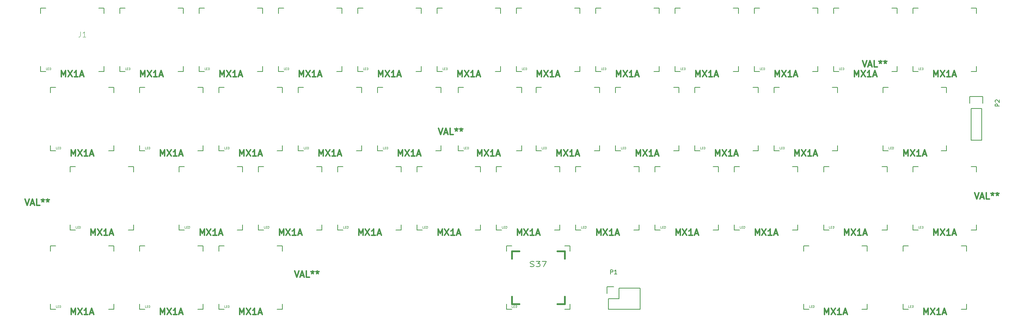
<source format=gbr>
G04 #@! TF.FileFunction,Legend,Top*
%FSLAX46Y46*%
G04 Gerber Fmt 4.6, Leading zero omitted, Abs format (unit mm)*
G04 Created by KiCad (PCBNEW 4.0.1-stable) date 7/2/2016 11:02:37 AM*
%MOMM*%
G01*
G04 APERTURE LIST*
%ADD10C,0.100000*%
%ADD11C,0.150000*%
%ADD12C,0.381000*%
%ADD13C,0.088900*%
%ADD14C,0.304800*%
%ADD15C,0.203200*%
G04 APERTURE END LIST*
D10*
D11*
X182880000Y-112776000D02*
X177800000Y-112776000D01*
X174980000Y-112496000D02*
X176530000Y-112496000D01*
X175260000Y-115316000D02*
X177800000Y-115316000D01*
X177800000Y-115316000D02*
X177800000Y-112776000D01*
X182880000Y-112776000D02*
X182880000Y-117856000D01*
X182880000Y-117856000D02*
X177800000Y-117856000D01*
X174980000Y-112496000D02*
X174980000Y-114046000D01*
X175260000Y-117856000D02*
X175260000Y-115316000D01*
X177800000Y-117856000D02*
X175260000Y-117856000D01*
X264922000Y-69596000D02*
X264922000Y-77216000D01*
X262382000Y-69596000D02*
X262382000Y-77216000D01*
X262102000Y-66776000D02*
X262102000Y-68326000D01*
X264922000Y-77216000D02*
X262382000Y-77216000D01*
X262382000Y-69596000D02*
X264922000Y-69596000D01*
X265202000Y-68326000D02*
X265202000Y-66776000D01*
X265202000Y-66776000D02*
X262102000Y-66776000D01*
X71882000Y-45466000D02*
X73152000Y-45466000D01*
X73152000Y-45466000D02*
X73152000Y-46736000D01*
X71882000Y-60706000D02*
X73152000Y-60706000D01*
X73152000Y-60706000D02*
X73152000Y-59436000D01*
X57912000Y-59436000D02*
X57912000Y-60706000D01*
X57912000Y-60706000D02*
X59182000Y-60706000D01*
X57912000Y-46736000D02*
X57912000Y-45466000D01*
X57912000Y-45466000D02*
X59182000Y-45466000D01*
X109982000Y-45466000D02*
X111252000Y-45466000D01*
X111252000Y-45466000D02*
X111252000Y-46736000D01*
X109982000Y-60706000D02*
X111252000Y-60706000D01*
X111252000Y-60706000D02*
X111252000Y-59436000D01*
X96012000Y-59436000D02*
X96012000Y-60706000D01*
X96012000Y-60706000D02*
X97282000Y-60706000D01*
X96012000Y-46736000D02*
X96012000Y-45466000D01*
X96012000Y-45466000D02*
X97282000Y-45466000D01*
X129032000Y-45466000D02*
X130302000Y-45466000D01*
X130302000Y-45466000D02*
X130302000Y-46736000D01*
X129032000Y-60706000D02*
X130302000Y-60706000D01*
X130302000Y-60706000D02*
X130302000Y-59436000D01*
X115062000Y-59436000D02*
X115062000Y-60706000D01*
X115062000Y-60706000D02*
X116332000Y-60706000D01*
X115062000Y-46736000D02*
X115062000Y-45466000D01*
X115062000Y-45466000D02*
X116332000Y-45466000D01*
X148082000Y-45466000D02*
X149352000Y-45466000D01*
X149352000Y-45466000D02*
X149352000Y-46736000D01*
X148082000Y-60706000D02*
X149352000Y-60706000D01*
X149352000Y-60706000D02*
X149352000Y-59436000D01*
X134112000Y-59436000D02*
X134112000Y-60706000D01*
X134112000Y-60706000D02*
X135382000Y-60706000D01*
X134112000Y-46736000D02*
X134112000Y-45466000D01*
X134112000Y-45466000D02*
X135382000Y-45466000D01*
X167132000Y-45466000D02*
X168402000Y-45466000D01*
X168402000Y-45466000D02*
X168402000Y-46736000D01*
X167132000Y-60706000D02*
X168402000Y-60706000D01*
X168402000Y-60706000D02*
X168402000Y-59436000D01*
X153162000Y-59436000D02*
X153162000Y-60706000D01*
X153162000Y-60706000D02*
X154432000Y-60706000D01*
X153162000Y-46736000D02*
X153162000Y-45466000D01*
X153162000Y-45466000D02*
X154432000Y-45466000D01*
X186182000Y-45466000D02*
X187452000Y-45466000D01*
X187452000Y-45466000D02*
X187452000Y-46736000D01*
X186182000Y-60706000D02*
X187452000Y-60706000D01*
X187452000Y-60706000D02*
X187452000Y-59436000D01*
X172212000Y-59436000D02*
X172212000Y-60706000D01*
X172212000Y-60706000D02*
X173482000Y-60706000D01*
X172212000Y-46736000D02*
X172212000Y-45466000D01*
X172212000Y-45466000D02*
X173482000Y-45466000D01*
X205232000Y-45466000D02*
X206502000Y-45466000D01*
X206502000Y-45466000D02*
X206502000Y-46736000D01*
X205232000Y-60706000D02*
X206502000Y-60706000D01*
X206502000Y-60706000D02*
X206502000Y-59436000D01*
X191262000Y-59436000D02*
X191262000Y-60706000D01*
X191262000Y-60706000D02*
X192532000Y-60706000D01*
X191262000Y-46736000D02*
X191262000Y-45466000D01*
X191262000Y-45466000D02*
X192532000Y-45466000D01*
X224282000Y-45466000D02*
X225552000Y-45466000D01*
X225552000Y-45466000D02*
X225552000Y-46736000D01*
X224282000Y-60706000D02*
X225552000Y-60706000D01*
X225552000Y-60706000D02*
X225552000Y-59436000D01*
X210312000Y-59436000D02*
X210312000Y-60706000D01*
X210312000Y-60706000D02*
X211582000Y-60706000D01*
X210312000Y-46736000D02*
X210312000Y-45466000D01*
X210312000Y-45466000D02*
X211582000Y-45466000D01*
X243332000Y-45466000D02*
X244602000Y-45466000D01*
X244602000Y-45466000D02*
X244602000Y-46736000D01*
X243332000Y-60706000D02*
X244602000Y-60706000D01*
X244602000Y-60706000D02*
X244602000Y-59436000D01*
X229362000Y-59436000D02*
X229362000Y-60706000D01*
X229362000Y-60706000D02*
X230632000Y-60706000D01*
X229362000Y-46736000D02*
X229362000Y-45466000D01*
X229362000Y-45466000D02*
X230632000Y-45466000D01*
X262382000Y-45466000D02*
X263652000Y-45466000D01*
X263652000Y-45466000D02*
X263652000Y-46736000D01*
X262382000Y-60706000D02*
X263652000Y-60706000D01*
X263652000Y-60706000D02*
X263652000Y-59436000D01*
X248412000Y-59436000D02*
X248412000Y-60706000D01*
X248412000Y-60706000D02*
X249682000Y-60706000D01*
X248412000Y-46736000D02*
X248412000Y-45466000D01*
X248412000Y-45466000D02*
X249682000Y-45466000D01*
X55214520Y-64516000D02*
X56484520Y-64516000D01*
X56484520Y-64516000D02*
X56484520Y-65786000D01*
X55214520Y-79756000D02*
X56484520Y-79756000D01*
X56484520Y-79756000D02*
X56484520Y-78486000D01*
X41244520Y-78486000D02*
X41244520Y-79756000D01*
X41244520Y-79756000D02*
X42514520Y-79756000D01*
X41244520Y-65786000D02*
X41244520Y-64516000D01*
X41244520Y-64516000D02*
X42514520Y-64516000D01*
X52832000Y-45466000D02*
X54102000Y-45466000D01*
X54102000Y-45466000D02*
X54102000Y-46736000D01*
X52832000Y-60706000D02*
X54102000Y-60706000D01*
X54102000Y-60706000D02*
X54102000Y-59436000D01*
X38862000Y-59436000D02*
X38862000Y-60706000D01*
X38862000Y-60706000D02*
X40132000Y-60706000D01*
X38862000Y-46736000D02*
X38862000Y-45466000D01*
X38862000Y-45466000D02*
X40132000Y-45466000D01*
X90932000Y-45466000D02*
X92202000Y-45466000D01*
X92202000Y-45466000D02*
X92202000Y-46736000D01*
X90932000Y-60706000D02*
X92202000Y-60706000D01*
X92202000Y-60706000D02*
X92202000Y-59436000D01*
X76962000Y-59436000D02*
X76962000Y-60706000D01*
X76962000Y-60706000D02*
X78232000Y-60706000D01*
X76962000Y-46736000D02*
X76962000Y-45466000D01*
X76962000Y-45466000D02*
X78232000Y-45466000D01*
X76645770Y-64516000D02*
X77915770Y-64516000D01*
X77915770Y-64516000D02*
X77915770Y-65786000D01*
X76645770Y-79756000D02*
X77915770Y-79756000D01*
X77915770Y-79756000D02*
X77915770Y-78486000D01*
X62675770Y-78486000D02*
X62675770Y-79756000D01*
X62675770Y-79756000D02*
X63945770Y-79756000D01*
X62675770Y-65786000D02*
X62675770Y-64516000D01*
X62675770Y-64516000D02*
X63945770Y-64516000D01*
X95695770Y-64516000D02*
X96965770Y-64516000D01*
X96965770Y-64516000D02*
X96965770Y-65786000D01*
X95695770Y-79756000D02*
X96965770Y-79756000D01*
X96965770Y-79756000D02*
X96965770Y-78486000D01*
X81725770Y-78486000D02*
X81725770Y-79756000D01*
X81725770Y-79756000D02*
X82995770Y-79756000D01*
X81725770Y-65786000D02*
X81725770Y-64516000D01*
X81725770Y-64516000D02*
X82995770Y-64516000D01*
X114745770Y-64516000D02*
X116015770Y-64516000D01*
X116015770Y-64516000D02*
X116015770Y-65786000D01*
X114745770Y-79756000D02*
X116015770Y-79756000D01*
X116015770Y-79756000D02*
X116015770Y-78486000D01*
X100775770Y-78486000D02*
X100775770Y-79756000D01*
X100775770Y-79756000D02*
X102045770Y-79756000D01*
X100775770Y-65786000D02*
X100775770Y-64516000D01*
X100775770Y-64516000D02*
X102045770Y-64516000D01*
X133795770Y-64516000D02*
X135065770Y-64516000D01*
X135065770Y-64516000D02*
X135065770Y-65786000D01*
X133795770Y-79756000D02*
X135065770Y-79756000D01*
X135065770Y-79756000D02*
X135065770Y-78486000D01*
X119825770Y-78486000D02*
X119825770Y-79756000D01*
X119825770Y-79756000D02*
X121095770Y-79756000D01*
X119825770Y-65786000D02*
X119825770Y-64516000D01*
X119825770Y-64516000D02*
X121095770Y-64516000D01*
X153162000Y-64516000D02*
X154432000Y-64516000D01*
X154432000Y-64516000D02*
X154432000Y-65786000D01*
X153162000Y-79756000D02*
X154432000Y-79756000D01*
X154432000Y-79756000D02*
X154432000Y-78486000D01*
X139192000Y-78486000D02*
X139192000Y-79756000D01*
X139192000Y-79756000D02*
X140462000Y-79756000D01*
X139192000Y-65786000D02*
X139192000Y-64516000D01*
X139192000Y-64516000D02*
X140462000Y-64516000D01*
X171895770Y-64516000D02*
X173165770Y-64516000D01*
X173165770Y-64516000D02*
X173165770Y-65786000D01*
X171895770Y-79756000D02*
X173165770Y-79756000D01*
X173165770Y-79756000D02*
X173165770Y-78486000D01*
X157925770Y-78486000D02*
X157925770Y-79756000D01*
X157925770Y-79756000D02*
X159195770Y-79756000D01*
X157925770Y-65786000D02*
X157925770Y-64516000D01*
X157925770Y-64516000D02*
X159195770Y-64516000D01*
X190945770Y-64516000D02*
X192215770Y-64516000D01*
X192215770Y-64516000D02*
X192215770Y-65786000D01*
X190945770Y-79756000D02*
X192215770Y-79756000D01*
X192215770Y-79756000D02*
X192215770Y-78486000D01*
X176975770Y-78486000D02*
X176975770Y-79756000D01*
X176975770Y-79756000D02*
X178245770Y-79756000D01*
X176975770Y-65786000D02*
X176975770Y-64516000D01*
X176975770Y-64516000D02*
X178245770Y-64516000D01*
X209995770Y-64516000D02*
X211265770Y-64516000D01*
X211265770Y-64516000D02*
X211265770Y-65786000D01*
X209995770Y-79756000D02*
X211265770Y-79756000D01*
X211265770Y-79756000D02*
X211265770Y-78486000D01*
X196025770Y-78486000D02*
X196025770Y-79756000D01*
X196025770Y-79756000D02*
X197295770Y-79756000D01*
X196025770Y-65786000D02*
X196025770Y-64516000D01*
X196025770Y-64516000D02*
X197295770Y-64516000D01*
X229045770Y-64516000D02*
X230315770Y-64516000D01*
X230315770Y-64516000D02*
X230315770Y-65786000D01*
X229045770Y-79756000D02*
X230315770Y-79756000D01*
X230315770Y-79756000D02*
X230315770Y-78486000D01*
X215075770Y-78486000D02*
X215075770Y-79756000D01*
X215075770Y-79756000D02*
X216345770Y-79756000D01*
X215075770Y-65786000D02*
X215075770Y-64516000D01*
X215075770Y-64516000D02*
X216345770Y-64516000D01*
X255239520Y-64516000D02*
X256509520Y-64516000D01*
X256509520Y-64516000D02*
X256509520Y-65786000D01*
X255239520Y-79756000D02*
X256509520Y-79756000D01*
X256509520Y-79756000D02*
X256509520Y-78486000D01*
X241269520Y-78486000D02*
X241269520Y-79756000D01*
X241269520Y-79756000D02*
X242539520Y-79756000D01*
X241269520Y-65786000D02*
X241269520Y-64516000D01*
X241269520Y-64516000D02*
X242539520Y-64516000D01*
X59975750Y-83566000D02*
X61245750Y-83566000D01*
X61245750Y-83566000D02*
X61245750Y-84836000D01*
X59975750Y-98806000D02*
X61245750Y-98806000D01*
X61245750Y-98806000D02*
X61245750Y-97536000D01*
X46005750Y-97536000D02*
X46005750Y-98806000D01*
X46005750Y-98806000D02*
X47275750Y-98806000D01*
X46005750Y-84836000D02*
X46005750Y-83566000D01*
X46005750Y-83566000D02*
X47275750Y-83566000D01*
X86169500Y-83566000D02*
X87439500Y-83566000D01*
X87439500Y-83566000D02*
X87439500Y-84836000D01*
X86169500Y-98806000D02*
X87439500Y-98806000D01*
X87439500Y-98806000D02*
X87439500Y-97536000D01*
X72199500Y-97536000D02*
X72199500Y-98806000D01*
X72199500Y-98806000D02*
X73469500Y-98806000D01*
X72199500Y-84836000D02*
X72199500Y-83566000D01*
X72199500Y-83566000D02*
X73469500Y-83566000D01*
X105219500Y-83566000D02*
X106489500Y-83566000D01*
X106489500Y-83566000D02*
X106489500Y-84836000D01*
X105219500Y-98806000D02*
X106489500Y-98806000D01*
X106489500Y-98806000D02*
X106489500Y-97536000D01*
X91249500Y-97536000D02*
X91249500Y-98806000D01*
X91249500Y-98806000D02*
X92519500Y-98806000D01*
X91249500Y-84836000D02*
X91249500Y-83566000D01*
X91249500Y-83566000D02*
X92519500Y-83566000D01*
X124269500Y-83566000D02*
X125539500Y-83566000D01*
X125539500Y-83566000D02*
X125539500Y-84836000D01*
X124269500Y-98806000D02*
X125539500Y-98806000D01*
X125539500Y-98806000D02*
X125539500Y-97536000D01*
X110299500Y-97536000D02*
X110299500Y-98806000D01*
X110299500Y-98806000D02*
X111569500Y-98806000D01*
X110299500Y-84836000D02*
X110299500Y-83566000D01*
X110299500Y-83566000D02*
X111569500Y-83566000D01*
X143319500Y-83566000D02*
X144589500Y-83566000D01*
X144589500Y-83566000D02*
X144589500Y-84836000D01*
X143319500Y-98806000D02*
X144589500Y-98806000D01*
X144589500Y-98806000D02*
X144589500Y-97536000D01*
X129349500Y-97536000D02*
X129349500Y-98806000D01*
X129349500Y-98806000D02*
X130619500Y-98806000D01*
X129349500Y-84836000D02*
X129349500Y-83566000D01*
X129349500Y-83566000D02*
X130619500Y-83566000D01*
X162369500Y-83566000D02*
X163639500Y-83566000D01*
X163639500Y-83566000D02*
X163639500Y-84836000D01*
X162369500Y-98806000D02*
X163639500Y-98806000D01*
X163639500Y-98806000D02*
X163639500Y-97536000D01*
X148399500Y-97536000D02*
X148399500Y-98806000D01*
X148399500Y-98806000D02*
X149669500Y-98806000D01*
X148399500Y-84836000D02*
X148399500Y-83566000D01*
X148399500Y-83566000D02*
X149669500Y-83566000D01*
X181419500Y-83566000D02*
X182689500Y-83566000D01*
X182689500Y-83566000D02*
X182689500Y-84836000D01*
X181419500Y-98806000D02*
X182689500Y-98806000D01*
X182689500Y-98806000D02*
X182689500Y-97536000D01*
X167449500Y-97536000D02*
X167449500Y-98806000D01*
X167449500Y-98806000D02*
X168719500Y-98806000D01*
X167449500Y-84836000D02*
X167449500Y-83566000D01*
X167449500Y-83566000D02*
X168719500Y-83566000D01*
X200469500Y-83566000D02*
X201739500Y-83566000D01*
X201739500Y-83566000D02*
X201739500Y-84836000D01*
X200469500Y-98806000D02*
X201739500Y-98806000D01*
X201739500Y-98806000D02*
X201739500Y-97536000D01*
X186499500Y-97536000D02*
X186499500Y-98806000D01*
X186499500Y-98806000D02*
X187769500Y-98806000D01*
X186499500Y-84836000D02*
X186499500Y-83566000D01*
X186499500Y-83566000D02*
X187769500Y-83566000D01*
X219519500Y-83566000D02*
X220789500Y-83566000D01*
X220789500Y-83566000D02*
X220789500Y-84836000D01*
X219519500Y-98806000D02*
X220789500Y-98806000D01*
X220789500Y-98806000D02*
X220789500Y-97536000D01*
X205549500Y-97536000D02*
X205549500Y-98806000D01*
X205549500Y-98806000D02*
X206819500Y-98806000D01*
X205549500Y-84836000D02*
X205549500Y-83566000D01*
X205549500Y-83566000D02*
X206819500Y-83566000D01*
X240950750Y-83566000D02*
X242220750Y-83566000D01*
X242220750Y-83566000D02*
X242220750Y-84836000D01*
X240950750Y-98806000D02*
X242220750Y-98806000D01*
X242220750Y-98806000D02*
X242220750Y-97536000D01*
X226980750Y-97536000D02*
X226980750Y-98806000D01*
X226980750Y-98806000D02*
X228250750Y-98806000D01*
X226980750Y-84836000D02*
X226980750Y-83566000D01*
X226980750Y-83566000D02*
X228250750Y-83566000D01*
X262382000Y-83566000D02*
X263652000Y-83566000D01*
X263652000Y-83566000D02*
X263652000Y-84836000D01*
X262382000Y-98806000D02*
X263652000Y-98806000D01*
X263652000Y-98806000D02*
X263652000Y-97536000D01*
X248412000Y-97536000D02*
X248412000Y-98806000D01*
X248412000Y-98806000D02*
X249682000Y-98806000D01*
X248412000Y-84836000D02*
X248412000Y-83566000D01*
X248412000Y-83566000D02*
X249682000Y-83566000D01*
X55214520Y-102616000D02*
X56484520Y-102616000D01*
X56484520Y-102616000D02*
X56484520Y-103886000D01*
X55214520Y-117856000D02*
X56484520Y-117856000D01*
X56484520Y-117856000D02*
X56484520Y-116586000D01*
X41244520Y-116586000D02*
X41244520Y-117856000D01*
X41244520Y-117856000D02*
X42514520Y-117856000D01*
X41244520Y-103886000D02*
X41244520Y-102616000D01*
X41244520Y-102616000D02*
X42514520Y-102616000D01*
X76645770Y-102616000D02*
X77915770Y-102616000D01*
X77915770Y-102616000D02*
X77915770Y-103886000D01*
X76645770Y-117856000D02*
X77915770Y-117856000D01*
X77915770Y-117856000D02*
X77915770Y-116586000D01*
X62675770Y-116586000D02*
X62675770Y-117856000D01*
X62675770Y-117856000D02*
X63945770Y-117856000D01*
X62675770Y-103886000D02*
X62675770Y-102616000D01*
X62675770Y-102616000D02*
X63945770Y-102616000D01*
X95695770Y-102616000D02*
X96965770Y-102616000D01*
X96965770Y-102616000D02*
X96965770Y-103886000D01*
X95695770Y-117856000D02*
X96965770Y-117856000D01*
X96965770Y-117856000D02*
X96965770Y-116586000D01*
X81725770Y-116586000D02*
X81725770Y-117856000D01*
X81725770Y-117856000D02*
X82995770Y-117856000D01*
X81725770Y-103886000D02*
X81725770Y-102616000D01*
X81725770Y-102616000D02*
X82995770Y-102616000D01*
X164752020Y-102616000D02*
X166022020Y-102616000D01*
X166022020Y-102616000D02*
X166022020Y-103886000D01*
X164752020Y-117856000D02*
X166022020Y-117856000D01*
X166022020Y-117856000D02*
X166022020Y-116586000D01*
X150782020Y-116586000D02*
X150782020Y-117856000D01*
X150782020Y-117856000D02*
X152052020Y-117856000D01*
X150782020Y-103886000D02*
X150782020Y-102616000D01*
X150782020Y-102616000D02*
X152052020Y-102616000D01*
X236189520Y-102616000D02*
X237459520Y-102616000D01*
X237459520Y-102616000D02*
X237459520Y-103886000D01*
X236189520Y-117856000D02*
X237459520Y-117856000D01*
X237459520Y-117856000D02*
X237459520Y-116586000D01*
X222219520Y-116586000D02*
X222219520Y-117856000D01*
X222219520Y-117856000D02*
X223489520Y-117856000D01*
X222219520Y-103886000D02*
X222219520Y-102616000D01*
X222219520Y-102616000D02*
X223489520Y-102616000D01*
X260002020Y-102616000D02*
X261272020Y-102616000D01*
X261272020Y-102616000D02*
X261272020Y-103886000D01*
X260002020Y-117856000D02*
X261272020Y-117856000D01*
X261272020Y-117856000D02*
X261272020Y-116586000D01*
X246032020Y-116586000D02*
X246032020Y-117856000D01*
X246032020Y-117856000D02*
X247302020Y-117856000D01*
X246032020Y-103886000D02*
X246032020Y-102616000D01*
X246032020Y-102616000D02*
X247302020Y-102616000D01*
D12*
X164752020Y-116586000D02*
X162974020Y-116586000D01*
X153830020Y-116586000D02*
X152052020Y-116586000D01*
X152052020Y-116586000D02*
X152052020Y-114808000D01*
X152052020Y-105664000D02*
X152052020Y-103886000D01*
X152052020Y-103886000D02*
X153830020Y-103886000D01*
X162974020Y-103886000D02*
X164752020Y-103886000D01*
X164752020Y-103886000D02*
X164752020Y-105664000D01*
X164752020Y-114808000D02*
X164752020Y-116586000D01*
D13*
X48497067Y-51130684D02*
X48497067Y-52037827D01*
X48436591Y-52219255D01*
X48315639Y-52340208D01*
X48134210Y-52400684D01*
X48013258Y-52400684D01*
X49767067Y-52400684D02*
X49041353Y-52400684D01*
X49404210Y-52400684D02*
X49404210Y-51130684D01*
X49283258Y-51312112D01*
X49162305Y-51433065D01*
X49041353Y-51493541D01*
D11*
X175791905Y-109398381D02*
X175791905Y-108398381D01*
X176172858Y-108398381D01*
X176268096Y-108446000D01*
X176315715Y-108493619D01*
X176363334Y-108588857D01*
X176363334Y-108731714D01*
X176315715Y-108826952D01*
X176268096Y-108874571D01*
X176172858Y-108922190D01*
X175791905Y-108922190D01*
X177315715Y-109398381D02*
X176744286Y-109398381D01*
X177030000Y-109398381D02*
X177030000Y-108398381D01*
X176934762Y-108541238D01*
X176839524Y-108636476D01*
X176744286Y-108684095D01*
X269204381Y-69064095D02*
X268204381Y-69064095D01*
X268204381Y-68683142D01*
X268252000Y-68587904D01*
X268299619Y-68540285D01*
X268394857Y-68492666D01*
X268537714Y-68492666D01*
X268632952Y-68540285D01*
X268680571Y-68587904D01*
X268728190Y-68683142D01*
X268728190Y-69064095D01*
X268299619Y-68111714D02*
X268252000Y-68064095D01*
X268204381Y-67968857D01*
X268204381Y-67730761D01*
X268252000Y-67635523D01*
X268299619Y-67587904D01*
X268394857Y-67540285D01*
X268490095Y-67540285D01*
X268632952Y-67587904D01*
X269204381Y-68159333D01*
X269204381Y-67540285D01*
D14*
X43869428Y-62030429D02*
X43869428Y-60506429D01*
X44377428Y-61595000D01*
X44885428Y-60506429D01*
X44885428Y-62030429D01*
X45465999Y-60506429D02*
X46481999Y-62030429D01*
X46481999Y-60506429D02*
X45465999Y-62030429D01*
X47860857Y-62030429D02*
X46990000Y-62030429D01*
X47425428Y-62030429D02*
X47425428Y-60506429D01*
X47280285Y-60724143D01*
X47135143Y-60869286D01*
X46990000Y-60941857D01*
X48441429Y-61595000D02*
X49167143Y-61595000D01*
X48296286Y-62030429D02*
X48804286Y-60506429D01*
X49312286Y-62030429D01*
X62919428Y-62030429D02*
X62919428Y-60506429D01*
X63427428Y-61595000D01*
X63935428Y-60506429D01*
X63935428Y-62030429D01*
X64515999Y-60506429D02*
X65531999Y-62030429D01*
X65531999Y-60506429D02*
X64515999Y-62030429D01*
X66910857Y-62030429D02*
X66040000Y-62030429D01*
X66475428Y-62030429D02*
X66475428Y-60506429D01*
X66330285Y-60724143D01*
X66185143Y-60869286D01*
X66040000Y-60941857D01*
X67491429Y-61595000D02*
X68217143Y-61595000D01*
X67346286Y-62030429D02*
X67854286Y-60506429D01*
X68362286Y-62030429D01*
X81969428Y-62030429D02*
X81969428Y-60506429D01*
X82477428Y-61595000D01*
X82985428Y-60506429D01*
X82985428Y-62030429D01*
X83565999Y-60506429D02*
X84581999Y-62030429D01*
X84581999Y-60506429D02*
X83565999Y-62030429D01*
X85960857Y-62030429D02*
X85090000Y-62030429D01*
X85525428Y-62030429D02*
X85525428Y-60506429D01*
X85380285Y-60724143D01*
X85235143Y-60869286D01*
X85090000Y-60941857D01*
X86541429Y-61595000D02*
X87267143Y-61595000D01*
X86396286Y-62030429D02*
X86904286Y-60506429D01*
X87412286Y-62030429D01*
X101019428Y-62030429D02*
X101019428Y-60506429D01*
X101527428Y-61595000D01*
X102035428Y-60506429D01*
X102035428Y-62030429D01*
X102615999Y-60506429D02*
X103631999Y-62030429D01*
X103631999Y-60506429D02*
X102615999Y-62030429D01*
X105010857Y-62030429D02*
X104140000Y-62030429D01*
X104575428Y-62030429D02*
X104575428Y-60506429D01*
X104430285Y-60724143D01*
X104285143Y-60869286D01*
X104140000Y-60941857D01*
X105591429Y-61595000D02*
X106317143Y-61595000D01*
X105446286Y-62030429D02*
X105954286Y-60506429D01*
X106462286Y-62030429D01*
X120069428Y-62030429D02*
X120069428Y-60506429D01*
X120577428Y-61595000D01*
X121085428Y-60506429D01*
X121085428Y-62030429D01*
X121665999Y-60506429D02*
X122681999Y-62030429D01*
X122681999Y-60506429D02*
X121665999Y-62030429D01*
X124060857Y-62030429D02*
X123190000Y-62030429D01*
X123625428Y-62030429D02*
X123625428Y-60506429D01*
X123480285Y-60724143D01*
X123335143Y-60869286D01*
X123190000Y-60941857D01*
X124641429Y-61595000D02*
X125367143Y-61595000D01*
X124496286Y-62030429D02*
X125004286Y-60506429D01*
X125512286Y-62030429D01*
X139119428Y-62030429D02*
X139119428Y-60506429D01*
X139627428Y-61595000D01*
X140135428Y-60506429D01*
X140135428Y-62030429D01*
X140715999Y-60506429D02*
X141731999Y-62030429D01*
X141731999Y-60506429D02*
X140715999Y-62030429D01*
X143110857Y-62030429D02*
X142240000Y-62030429D01*
X142675428Y-62030429D02*
X142675428Y-60506429D01*
X142530285Y-60724143D01*
X142385143Y-60869286D01*
X142240000Y-60941857D01*
X143691429Y-61595000D02*
X144417143Y-61595000D01*
X143546286Y-62030429D02*
X144054286Y-60506429D01*
X144562286Y-62030429D01*
X158169428Y-62030429D02*
X158169428Y-60506429D01*
X158677428Y-61595000D01*
X159185428Y-60506429D01*
X159185428Y-62030429D01*
X159765999Y-60506429D02*
X160781999Y-62030429D01*
X160781999Y-60506429D02*
X159765999Y-62030429D01*
X162160857Y-62030429D02*
X161290000Y-62030429D01*
X161725428Y-62030429D02*
X161725428Y-60506429D01*
X161580285Y-60724143D01*
X161435143Y-60869286D01*
X161290000Y-60941857D01*
X162741429Y-61595000D02*
X163467143Y-61595000D01*
X162596286Y-62030429D02*
X163104286Y-60506429D01*
X163612286Y-62030429D01*
X177219428Y-62030429D02*
X177219428Y-60506429D01*
X177727428Y-61595000D01*
X178235428Y-60506429D01*
X178235428Y-62030429D01*
X178815999Y-60506429D02*
X179831999Y-62030429D01*
X179831999Y-60506429D02*
X178815999Y-62030429D01*
X181210857Y-62030429D02*
X180340000Y-62030429D01*
X180775428Y-62030429D02*
X180775428Y-60506429D01*
X180630285Y-60724143D01*
X180485143Y-60869286D01*
X180340000Y-60941857D01*
X181791429Y-61595000D02*
X182517143Y-61595000D01*
X181646286Y-62030429D02*
X182154286Y-60506429D01*
X182662286Y-62030429D01*
X196269428Y-62030429D02*
X196269428Y-60506429D01*
X196777428Y-61595000D01*
X197285428Y-60506429D01*
X197285428Y-62030429D01*
X197865999Y-60506429D02*
X198881999Y-62030429D01*
X198881999Y-60506429D02*
X197865999Y-62030429D01*
X200260857Y-62030429D02*
X199390000Y-62030429D01*
X199825428Y-62030429D02*
X199825428Y-60506429D01*
X199680285Y-60724143D01*
X199535143Y-60869286D01*
X199390000Y-60941857D01*
X200841429Y-61595000D02*
X201567143Y-61595000D01*
X200696286Y-62030429D02*
X201204286Y-60506429D01*
X201712286Y-62030429D01*
X215319428Y-62030429D02*
X215319428Y-60506429D01*
X215827428Y-61595000D01*
X216335428Y-60506429D01*
X216335428Y-62030429D01*
X216915999Y-60506429D02*
X217931999Y-62030429D01*
X217931999Y-60506429D02*
X216915999Y-62030429D01*
X219310857Y-62030429D02*
X218440000Y-62030429D01*
X218875428Y-62030429D02*
X218875428Y-60506429D01*
X218730285Y-60724143D01*
X218585143Y-60869286D01*
X218440000Y-60941857D01*
X219891429Y-61595000D02*
X220617143Y-61595000D01*
X219746286Y-62030429D02*
X220254286Y-60506429D01*
X220762286Y-62030429D01*
X234369428Y-62030429D02*
X234369428Y-60506429D01*
X234877428Y-61595000D01*
X235385428Y-60506429D01*
X235385428Y-62030429D01*
X235965999Y-60506429D02*
X236981999Y-62030429D01*
X236981999Y-60506429D02*
X235965999Y-62030429D01*
X238360857Y-62030429D02*
X237490000Y-62030429D01*
X237925428Y-62030429D02*
X237925428Y-60506429D01*
X237780285Y-60724143D01*
X237635143Y-60869286D01*
X237490000Y-60941857D01*
X238941429Y-61595000D02*
X239667143Y-61595000D01*
X238796286Y-62030429D02*
X239304286Y-60506429D01*
X239812286Y-62030429D01*
X46251948Y-81080429D02*
X46251948Y-79556429D01*
X46759948Y-80645000D01*
X47267948Y-79556429D01*
X47267948Y-81080429D01*
X47848519Y-79556429D02*
X48864519Y-81080429D01*
X48864519Y-79556429D02*
X47848519Y-81080429D01*
X50243377Y-81080429D02*
X49372520Y-81080429D01*
X49807948Y-81080429D02*
X49807948Y-79556429D01*
X49662805Y-79774143D01*
X49517663Y-79919286D01*
X49372520Y-79991857D01*
X50823949Y-80645000D02*
X51549663Y-80645000D01*
X50678806Y-81080429D02*
X51186806Y-79556429D01*
X51694806Y-81080429D01*
X67683198Y-81080429D02*
X67683198Y-79556429D01*
X68191198Y-80645000D01*
X68699198Y-79556429D01*
X68699198Y-81080429D01*
X69279769Y-79556429D02*
X70295769Y-81080429D01*
X70295769Y-79556429D02*
X69279769Y-81080429D01*
X71674627Y-81080429D02*
X70803770Y-81080429D01*
X71239198Y-81080429D02*
X71239198Y-79556429D01*
X71094055Y-79774143D01*
X70948913Y-79919286D01*
X70803770Y-79991857D01*
X72255199Y-80645000D02*
X72980913Y-80645000D01*
X72110056Y-81080429D02*
X72618056Y-79556429D01*
X73126056Y-81080429D01*
X86733198Y-81080429D02*
X86733198Y-79556429D01*
X87241198Y-80645000D01*
X87749198Y-79556429D01*
X87749198Y-81080429D01*
X88329769Y-79556429D02*
X89345769Y-81080429D01*
X89345769Y-79556429D02*
X88329769Y-81080429D01*
X90724627Y-81080429D02*
X89853770Y-81080429D01*
X90289198Y-81080429D02*
X90289198Y-79556429D01*
X90144055Y-79774143D01*
X89998913Y-79919286D01*
X89853770Y-79991857D01*
X91305199Y-80645000D02*
X92030913Y-80645000D01*
X91160056Y-81080429D02*
X91668056Y-79556429D01*
X92176056Y-81080429D01*
X105783198Y-81080429D02*
X105783198Y-79556429D01*
X106291198Y-80645000D01*
X106799198Y-79556429D01*
X106799198Y-81080429D01*
X107379769Y-79556429D02*
X108395769Y-81080429D01*
X108395769Y-79556429D02*
X107379769Y-81080429D01*
X109774627Y-81080429D02*
X108903770Y-81080429D01*
X109339198Y-81080429D02*
X109339198Y-79556429D01*
X109194055Y-79774143D01*
X109048913Y-79919286D01*
X108903770Y-79991857D01*
X110355199Y-80645000D02*
X111080913Y-80645000D01*
X110210056Y-81080429D02*
X110718056Y-79556429D01*
X111226056Y-81080429D01*
X124833198Y-81080429D02*
X124833198Y-79556429D01*
X125341198Y-80645000D01*
X125849198Y-79556429D01*
X125849198Y-81080429D01*
X126429769Y-79556429D02*
X127445769Y-81080429D01*
X127445769Y-79556429D02*
X126429769Y-81080429D01*
X128824627Y-81080429D02*
X127953770Y-81080429D01*
X128389198Y-81080429D02*
X128389198Y-79556429D01*
X128244055Y-79774143D01*
X128098913Y-79919286D01*
X127953770Y-79991857D01*
X129405199Y-80645000D02*
X130130913Y-80645000D01*
X129260056Y-81080429D02*
X129768056Y-79556429D01*
X130276056Y-81080429D01*
X143883198Y-81080429D02*
X143883198Y-79556429D01*
X144391198Y-80645000D01*
X144899198Y-79556429D01*
X144899198Y-81080429D01*
X145479769Y-79556429D02*
X146495769Y-81080429D01*
X146495769Y-79556429D02*
X145479769Y-81080429D01*
X147874627Y-81080429D02*
X147003770Y-81080429D01*
X147439198Y-81080429D02*
X147439198Y-79556429D01*
X147294055Y-79774143D01*
X147148913Y-79919286D01*
X147003770Y-79991857D01*
X148455199Y-80645000D02*
X149180913Y-80645000D01*
X148310056Y-81080429D02*
X148818056Y-79556429D01*
X149326056Y-81080429D01*
X162933198Y-81080429D02*
X162933198Y-79556429D01*
X163441198Y-80645000D01*
X163949198Y-79556429D01*
X163949198Y-81080429D01*
X164529769Y-79556429D02*
X165545769Y-81080429D01*
X165545769Y-79556429D02*
X164529769Y-81080429D01*
X166924627Y-81080429D02*
X166053770Y-81080429D01*
X166489198Y-81080429D02*
X166489198Y-79556429D01*
X166344055Y-79774143D01*
X166198913Y-79919286D01*
X166053770Y-79991857D01*
X167505199Y-80645000D02*
X168230913Y-80645000D01*
X167360056Y-81080429D02*
X167868056Y-79556429D01*
X168376056Y-81080429D01*
X181983198Y-81080429D02*
X181983198Y-79556429D01*
X182491198Y-80645000D01*
X182999198Y-79556429D01*
X182999198Y-81080429D01*
X183579769Y-79556429D02*
X184595769Y-81080429D01*
X184595769Y-79556429D02*
X183579769Y-81080429D01*
X185974627Y-81080429D02*
X185103770Y-81080429D01*
X185539198Y-81080429D02*
X185539198Y-79556429D01*
X185394055Y-79774143D01*
X185248913Y-79919286D01*
X185103770Y-79991857D01*
X186555199Y-80645000D02*
X187280913Y-80645000D01*
X186410056Y-81080429D02*
X186918056Y-79556429D01*
X187426056Y-81080429D01*
X201033198Y-81080429D02*
X201033198Y-79556429D01*
X201541198Y-80645000D01*
X202049198Y-79556429D01*
X202049198Y-81080429D01*
X202629769Y-79556429D02*
X203645769Y-81080429D01*
X203645769Y-79556429D02*
X202629769Y-81080429D01*
X205024627Y-81080429D02*
X204153770Y-81080429D01*
X204589198Y-81080429D02*
X204589198Y-79556429D01*
X204444055Y-79774143D01*
X204298913Y-79919286D01*
X204153770Y-79991857D01*
X205605199Y-80645000D02*
X206330913Y-80645000D01*
X205460056Y-81080429D02*
X205968056Y-79556429D01*
X206476056Y-81080429D01*
X220083198Y-81080429D02*
X220083198Y-79556429D01*
X220591198Y-80645000D01*
X221099198Y-79556429D01*
X221099198Y-81080429D01*
X221679769Y-79556429D02*
X222695769Y-81080429D01*
X222695769Y-79556429D02*
X221679769Y-81080429D01*
X224074627Y-81080429D02*
X223203770Y-81080429D01*
X223639198Y-81080429D02*
X223639198Y-79556429D01*
X223494055Y-79774143D01*
X223348913Y-79919286D01*
X223203770Y-79991857D01*
X224655199Y-80645000D02*
X225380913Y-80645000D01*
X224510056Y-81080429D02*
X225018056Y-79556429D01*
X225526056Y-81080429D01*
X246276948Y-81080429D02*
X246276948Y-79556429D01*
X246784948Y-80645000D01*
X247292948Y-79556429D01*
X247292948Y-81080429D01*
X247873519Y-79556429D02*
X248889519Y-81080429D01*
X248889519Y-79556429D02*
X247873519Y-81080429D01*
X250268377Y-81080429D02*
X249397520Y-81080429D01*
X249832948Y-81080429D02*
X249832948Y-79556429D01*
X249687805Y-79774143D01*
X249542663Y-79919286D01*
X249397520Y-79991857D01*
X250848949Y-80645000D02*
X251574663Y-80645000D01*
X250703806Y-81080429D02*
X251211806Y-79556429D01*
X251719806Y-81080429D01*
X51013178Y-100130429D02*
X51013178Y-98606429D01*
X51521178Y-99695000D01*
X52029178Y-98606429D01*
X52029178Y-100130429D01*
X52609749Y-98606429D02*
X53625749Y-100130429D01*
X53625749Y-98606429D02*
X52609749Y-100130429D01*
X55004607Y-100130429D02*
X54133750Y-100130429D01*
X54569178Y-100130429D02*
X54569178Y-98606429D01*
X54424035Y-98824143D01*
X54278893Y-98969286D01*
X54133750Y-99041857D01*
X55585179Y-99695000D02*
X56310893Y-99695000D01*
X55440036Y-100130429D02*
X55948036Y-98606429D01*
X56456036Y-100130429D01*
X77206928Y-100130429D02*
X77206928Y-98606429D01*
X77714928Y-99695000D01*
X78222928Y-98606429D01*
X78222928Y-100130429D01*
X78803499Y-98606429D02*
X79819499Y-100130429D01*
X79819499Y-98606429D02*
X78803499Y-100130429D01*
X81198357Y-100130429D02*
X80327500Y-100130429D01*
X80762928Y-100130429D02*
X80762928Y-98606429D01*
X80617785Y-98824143D01*
X80472643Y-98969286D01*
X80327500Y-99041857D01*
X81778929Y-99695000D02*
X82504643Y-99695000D01*
X81633786Y-100130429D02*
X82141786Y-98606429D01*
X82649786Y-100130429D01*
X96256928Y-100130429D02*
X96256928Y-98606429D01*
X96764928Y-99695000D01*
X97272928Y-98606429D01*
X97272928Y-100130429D01*
X97853499Y-98606429D02*
X98869499Y-100130429D01*
X98869499Y-98606429D02*
X97853499Y-100130429D01*
X100248357Y-100130429D02*
X99377500Y-100130429D01*
X99812928Y-100130429D02*
X99812928Y-98606429D01*
X99667785Y-98824143D01*
X99522643Y-98969286D01*
X99377500Y-99041857D01*
X100828929Y-99695000D02*
X101554643Y-99695000D01*
X100683786Y-100130429D02*
X101191786Y-98606429D01*
X101699786Y-100130429D01*
X115306928Y-100130429D02*
X115306928Y-98606429D01*
X115814928Y-99695000D01*
X116322928Y-98606429D01*
X116322928Y-100130429D01*
X116903499Y-98606429D02*
X117919499Y-100130429D01*
X117919499Y-98606429D02*
X116903499Y-100130429D01*
X119298357Y-100130429D02*
X118427500Y-100130429D01*
X118862928Y-100130429D02*
X118862928Y-98606429D01*
X118717785Y-98824143D01*
X118572643Y-98969286D01*
X118427500Y-99041857D01*
X119878929Y-99695000D02*
X120604643Y-99695000D01*
X119733786Y-100130429D02*
X120241786Y-98606429D01*
X120749786Y-100130429D01*
X134356928Y-100130429D02*
X134356928Y-98606429D01*
X134864928Y-99695000D01*
X135372928Y-98606429D01*
X135372928Y-100130429D01*
X135953499Y-98606429D02*
X136969499Y-100130429D01*
X136969499Y-98606429D02*
X135953499Y-100130429D01*
X138348357Y-100130429D02*
X137477500Y-100130429D01*
X137912928Y-100130429D02*
X137912928Y-98606429D01*
X137767785Y-98824143D01*
X137622643Y-98969286D01*
X137477500Y-99041857D01*
X138928929Y-99695000D02*
X139654643Y-99695000D01*
X138783786Y-100130429D02*
X139291786Y-98606429D01*
X139799786Y-100130429D01*
X153406928Y-100130429D02*
X153406928Y-98606429D01*
X153914928Y-99695000D01*
X154422928Y-98606429D01*
X154422928Y-100130429D01*
X155003499Y-98606429D02*
X156019499Y-100130429D01*
X156019499Y-98606429D02*
X155003499Y-100130429D01*
X157398357Y-100130429D02*
X156527500Y-100130429D01*
X156962928Y-100130429D02*
X156962928Y-98606429D01*
X156817785Y-98824143D01*
X156672643Y-98969286D01*
X156527500Y-99041857D01*
X157978929Y-99695000D02*
X158704643Y-99695000D01*
X157833786Y-100130429D02*
X158341786Y-98606429D01*
X158849786Y-100130429D01*
X172456928Y-100130429D02*
X172456928Y-98606429D01*
X172964928Y-99695000D01*
X173472928Y-98606429D01*
X173472928Y-100130429D01*
X174053499Y-98606429D02*
X175069499Y-100130429D01*
X175069499Y-98606429D02*
X174053499Y-100130429D01*
X176448357Y-100130429D02*
X175577500Y-100130429D01*
X176012928Y-100130429D02*
X176012928Y-98606429D01*
X175867785Y-98824143D01*
X175722643Y-98969286D01*
X175577500Y-99041857D01*
X177028929Y-99695000D02*
X177754643Y-99695000D01*
X176883786Y-100130429D02*
X177391786Y-98606429D01*
X177899786Y-100130429D01*
X191506928Y-100130429D02*
X191506928Y-98606429D01*
X192014928Y-99695000D01*
X192522928Y-98606429D01*
X192522928Y-100130429D01*
X193103499Y-98606429D02*
X194119499Y-100130429D01*
X194119499Y-98606429D02*
X193103499Y-100130429D01*
X195498357Y-100130429D02*
X194627500Y-100130429D01*
X195062928Y-100130429D02*
X195062928Y-98606429D01*
X194917785Y-98824143D01*
X194772643Y-98969286D01*
X194627500Y-99041857D01*
X196078929Y-99695000D02*
X196804643Y-99695000D01*
X195933786Y-100130429D02*
X196441786Y-98606429D01*
X196949786Y-100130429D01*
X210556928Y-100130429D02*
X210556928Y-98606429D01*
X211064928Y-99695000D01*
X211572928Y-98606429D01*
X211572928Y-100130429D01*
X212153499Y-98606429D02*
X213169499Y-100130429D01*
X213169499Y-98606429D02*
X212153499Y-100130429D01*
X214548357Y-100130429D02*
X213677500Y-100130429D01*
X214112928Y-100130429D02*
X214112928Y-98606429D01*
X213967785Y-98824143D01*
X213822643Y-98969286D01*
X213677500Y-99041857D01*
X215128929Y-99695000D02*
X215854643Y-99695000D01*
X214983786Y-100130429D02*
X215491786Y-98606429D01*
X215999786Y-100130429D01*
X231988178Y-100130429D02*
X231988178Y-98606429D01*
X232496178Y-99695000D01*
X233004178Y-98606429D01*
X233004178Y-100130429D01*
X233584749Y-98606429D02*
X234600749Y-100130429D01*
X234600749Y-98606429D02*
X233584749Y-100130429D01*
X235979607Y-100130429D02*
X235108750Y-100130429D01*
X235544178Y-100130429D02*
X235544178Y-98606429D01*
X235399035Y-98824143D01*
X235253893Y-98969286D01*
X235108750Y-99041857D01*
X236560179Y-99695000D02*
X237285893Y-99695000D01*
X236415036Y-100130429D02*
X236923036Y-98606429D01*
X237431036Y-100130429D01*
X253419428Y-100130429D02*
X253419428Y-98606429D01*
X253927428Y-99695000D01*
X254435428Y-98606429D01*
X254435428Y-100130429D01*
X255015999Y-98606429D02*
X256031999Y-100130429D01*
X256031999Y-98606429D02*
X255015999Y-100130429D01*
X257410857Y-100130429D02*
X256540000Y-100130429D01*
X256975428Y-100130429D02*
X256975428Y-98606429D01*
X256830285Y-98824143D01*
X256685143Y-98969286D01*
X256540000Y-99041857D01*
X257991429Y-99695000D02*
X258717143Y-99695000D01*
X257846286Y-100130429D02*
X258354286Y-98606429D01*
X258862286Y-100130429D01*
X46251948Y-119180429D02*
X46251948Y-117656429D01*
X46759948Y-118745000D01*
X47267948Y-117656429D01*
X47267948Y-119180429D01*
X47848519Y-117656429D02*
X48864519Y-119180429D01*
X48864519Y-117656429D02*
X47848519Y-119180429D01*
X50243377Y-119180429D02*
X49372520Y-119180429D01*
X49807948Y-119180429D02*
X49807948Y-117656429D01*
X49662805Y-117874143D01*
X49517663Y-118019286D01*
X49372520Y-118091857D01*
X50823949Y-118745000D02*
X51549663Y-118745000D01*
X50678806Y-119180429D02*
X51186806Y-117656429D01*
X51694806Y-119180429D01*
X67683198Y-119180429D02*
X67683198Y-117656429D01*
X68191198Y-118745000D01*
X68699198Y-117656429D01*
X68699198Y-119180429D01*
X69279769Y-117656429D02*
X70295769Y-119180429D01*
X70295769Y-117656429D02*
X69279769Y-119180429D01*
X71674627Y-119180429D02*
X70803770Y-119180429D01*
X71239198Y-119180429D02*
X71239198Y-117656429D01*
X71094055Y-117874143D01*
X70948913Y-118019286D01*
X70803770Y-118091857D01*
X72255199Y-118745000D02*
X72980913Y-118745000D01*
X72110056Y-119180429D02*
X72618056Y-117656429D01*
X73126056Y-119180429D01*
X86733198Y-119180429D02*
X86733198Y-117656429D01*
X87241198Y-118745000D01*
X87749198Y-117656429D01*
X87749198Y-119180429D01*
X88329769Y-117656429D02*
X89345769Y-119180429D01*
X89345769Y-117656429D02*
X88329769Y-119180429D01*
X90724627Y-119180429D02*
X89853770Y-119180429D01*
X90289198Y-119180429D02*
X90289198Y-117656429D01*
X90144055Y-117874143D01*
X89998913Y-118019286D01*
X89853770Y-118091857D01*
X91305199Y-118745000D02*
X92030913Y-118745000D01*
X91160056Y-119180429D02*
X91668056Y-117656429D01*
X92176056Y-119180429D01*
X227226948Y-119180429D02*
X227226948Y-117656429D01*
X227734948Y-118745000D01*
X228242948Y-117656429D01*
X228242948Y-119180429D01*
X228823519Y-117656429D02*
X229839519Y-119180429D01*
X229839519Y-117656429D02*
X228823519Y-119180429D01*
X231218377Y-119180429D02*
X230347520Y-119180429D01*
X230782948Y-119180429D02*
X230782948Y-117656429D01*
X230637805Y-117874143D01*
X230492663Y-118019286D01*
X230347520Y-118091857D01*
X231798949Y-118745000D02*
X232524663Y-118745000D01*
X231653806Y-119180429D02*
X232161806Y-117656429D01*
X232669806Y-119180429D01*
X251039448Y-119180429D02*
X251039448Y-117656429D01*
X251547448Y-118745000D01*
X252055448Y-117656429D01*
X252055448Y-119180429D01*
X252636019Y-117656429D02*
X253652019Y-119180429D01*
X253652019Y-117656429D02*
X252636019Y-119180429D01*
X255030877Y-119180429D02*
X254160020Y-119180429D01*
X254595448Y-119180429D02*
X254595448Y-117656429D01*
X254450305Y-117874143D01*
X254305163Y-118019286D01*
X254160020Y-118091857D01*
X255611449Y-118745000D02*
X256337163Y-118745000D01*
X255466306Y-119180429D02*
X255974306Y-117656429D01*
X256482306Y-119180429D01*
X253419428Y-62030429D02*
X253419428Y-60506429D01*
X253927428Y-61595000D01*
X254435428Y-60506429D01*
X254435428Y-62030429D01*
X255015999Y-60506429D02*
X256031999Y-62030429D01*
X256031999Y-60506429D02*
X255015999Y-62030429D01*
X257410857Y-62030429D02*
X256540000Y-62030429D01*
X256975428Y-62030429D02*
X256975428Y-60506429D01*
X256830285Y-60724143D01*
X256685143Y-60869286D01*
X256540000Y-60941857D01*
X257991429Y-61595000D02*
X258717143Y-61595000D01*
X257846286Y-62030429D02*
X258354286Y-60506429D01*
X258862286Y-62030429D01*
D10*
X59495572Y-60297190D02*
X59257477Y-60297190D01*
X59257477Y-59797190D01*
X59662239Y-60035286D02*
X59828905Y-60035286D01*
X59900334Y-60297190D02*
X59662239Y-60297190D01*
X59662239Y-59797190D01*
X59900334Y-59797190D01*
X60114620Y-60297190D02*
X60114620Y-59797190D01*
X60233667Y-59797190D01*
X60305096Y-59821000D01*
X60352715Y-59868619D01*
X60376524Y-59916238D01*
X60400334Y-60011476D01*
X60400334Y-60082905D01*
X60376524Y-60178143D01*
X60352715Y-60225762D01*
X60305096Y-60273381D01*
X60233667Y-60297190D01*
X60114620Y-60297190D01*
X97595572Y-60297190D02*
X97357477Y-60297190D01*
X97357477Y-59797190D01*
X97762239Y-60035286D02*
X97928905Y-60035286D01*
X98000334Y-60297190D02*
X97762239Y-60297190D01*
X97762239Y-59797190D01*
X98000334Y-59797190D01*
X98214620Y-60297190D02*
X98214620Y-59797190D01*
X98333667Y-59797190D01*
X98405096Y-59821000D01*
X98452715Y-59868619D01*
X98476524Y-59916238D01*
X98500334Y-60011476D01*
X98500334Y-60082905D01*
X98476524Y-60178143D01*
X98452715Y-60225762D01*
X98405096Y-60273381D01*
X98333667Y-60297190D01*
X98214620Y-60297190D01*
X116645572Y-60297190D02*
X116407477Y-60297190D01*
X116407477Y-59797190D01*
X116812239Y-60035286D02*
X116978905Y-60035286D01*
X117050334Y-60297190D02*
X116812239Y-60297190D01*
X116812239Y-59797190D01*
X117050334Y-59797190D01*
X117264620Y-60297190D02*
X117264620Y-59797190D01*
X117383667Y-59797190D01*
X117455096Y-59821000D01*
X117502715Y-59868619D01*
X117526524Y-59916238D01*
X117550334Y-60011476D01*
X117550334Y-60082905D01*
X117526524Y-60178143D01*
X117502715Y-60225762D01*
X117455096Y-60273381D01*
X117383667Y-60297190D01*
X117264620Y-60297190D01*
X135695572Y-60297190D02*
X135457477Y-60297190D01*
X135457477Y-59797190D01*
X135862239Y-60035286D02*
X136028905Y-60035286D01*
X136100334Y-60297190D02*
X135862239Y-60297190D01*
X135862239Y-59797190D01*
X136100334Y-59797190D01*
X136314620Y-60297190D02*
X136314620Y-59797190D01*
X136433667Y-59797190D01*
X136505096Y-59821000D01*
X136552715Y-59868619D01*
X136576524Y-59916238D01*
X136600334Y-60011476D01*
X136600334Y-60082905D01*
X136576524Y-60178143D01*
X136552715Y-60225762D01*
X136505096Y-60273381D01*
X136433667Y-60297190D01*
X136314620Y-60297190D01*
X154745572Y-60297190D02*
X154507477Y-60297190D01*
X154507477Y-59797190D01*
X154912239Y-60035286D02*
X155078905Y-60035286D01*
X155150334Y-60297190D02*
X154912239Y-60297190D01*
X154912239Y-59797190D01*
X155150334Y-59797190D01*
X155364620Y-60297190D02*
X155364620Y-59797190D01*
X155483667Y-59797190D01*
X155555096Y-59821000D01*
X155602715Y-59868619D01*
X155626524Y-59916238D01*
X155650334Y-60011476D01*
X155650334Y-60082905D01*
X155626524Y-60178143D01*
X155602715Y-60225762D01*
X155555096Y-60273381D01*
X155483667Y-60297190D01*
X155364620Y-60297190D01*
X173795572Y-60297190D02*
X173557477Y-60297190D01*
X173557477Y-59797190D01*
X173962239Y-60035286D02*
X174128905Y-60035286D01*
X174200334Y-60297190D02*
X173962239Y-60297190D01*
X173962239Y-59797190D01*
X174200334Y-59797190D01*
X174414620Y-60297190D02*
X174414620Y-59797190D01*
X174533667Y-59797190D01*
X174605096Y-59821000D01*
X174652715Y-59868619D01*
X174676524Y-59916238D01*
X174700334Y-60011476D01*
X174700334Y-60082905D01*
X174676524Y-60178143D01*
X174652715Y-60225762D01*
X174605096Y-60273381D01*
X174533667Y-60297190D01*
X174414620Y-60297190D01*
X192845572Y-60297190D02*
X192607477Y-60297190D01*
X192607477Y-59797190D01*
X193012239Y-60035286D02*
X193178905Y-60035286D01*
X193250334Y-60297190D02*
X193012239Y-60297190D01*
X193012239Y-59797190D01*
X193250334Y-59797190D01*
X193464620Y-60297190D02*
X193464620Y-59797190D01*
X193583667Y-59797190D01*
X193655096Y-59821000D01*
X193702715Y-59868619D01*
X193726524Y-59916238D01*
X193750334Y-60011476D01*
X193750334Y-60082905D01*
X193726524Y-60178143D01*
X193702715Y-60225762D01*
X193655096Y-60273381D01*
X193583667Y-60297190D01*
X193464620Y-60297190D01*
X211895572Y-60297190D02*
X211657477Y-60297190D01*
X211657477Y-59797190D01*
X212062239Y-60035286D02*
X212228905Y-60035286D01*
X212300334Y-60297190D02*
X212062239Y-60297190D01*
X212062239Y-59797190D01*
X212300334Y-59797190D01*
X212514620Y-60297190D02*
X212514620Y-59797190D01*
X212633667Y-59797190D01*
X212705096Y-59821000D01*
X212752715Y-59868619D01*
X212776524Y-59916238D01*
X212800334Y-60011476D01*
X212800334Y-60082905D01*
X212776524Y-60178143D01*
X212752715Y-60225762D01*
X212705096Y-60273381D01*
X212633667Y-60297190D01*
X212514620Y-60297190D01*
X230945572Y-60297190D02*
X230707477Y-60297190D01*
X230707477Y-59797190D01*
X231112239Y-60035286D02*
X231278905Y-60035286D01*
X231350334Y-60297190D02*
X231112239Y-60297190D01*
X231112239Y-59797190D01*
X231350334Y-59797190D01*
X231564620Y-60297190D02*
X231564620Y-59797190D01*
X231683667Y-59797190D01*
X231755096Y-59821000D01*
X231802715Y-59868619D01*
X231826524Y-59916238D01*
X231850334Y-60011476D01*
X231850334Y-60082905D01*
X231826524Y-60178143D01*
X231802715Y-60225762D01*
X231755096Y-60273381D01*
X231683667Y-60297190D01*
X231564620Y-60297190D01*
X249995572Y-60297190D02*
X249757477Y-60297190D01*
X249757477Y-59797190D01*
X250162239Y-60035286D02*
X250328905Y-60035286D01*
X250400334Y-60297190D02*
X250162239Y-60297190D01*
X250162239Y-59797190D01*
X250400334Y-59797190D01*
X250614620Y-60297190D02*
X250614620Y-59797190D01*
X250733667Y-59797190D01*
X250805096Y-59821000D01*
X250852715Y-59868619D01*
X250876524Y-59916238D01*
X250900334Y-60011476D01*
X250900334Y-60082905D01*
X250876524Y-60178143D01*
X250852715Y-60225762D01*
X250805096Y-60273381D01*
X250733667Y-60297190D01*
X250614620Y-60297190D01*
X42828092Y-79347190D02*
X42589997Y-79347190D01*
X42589997Y-78847190D01*
X42994759Y-79085286D02*
X43161425Y-79085286D01*
X43232854Y-79347190D02*
X42994759Y-79347190D01*
X42994759Y-78847190D01*
X43232854Y-78847190D01*
X43447140Y-79347190D02*
X43447140Y-78847190D01*
X43566187Y-78847190D01*
X43637616Y-78871000D01*
X43685235Y-78918619D01*
X43709044Y-78966238D01*
X43732854Y-79061476D01*
X43732854Y-79132905D01*
X43709044Y-79228143D01*
X43685235Y-79275762D01*
X43637616Y-79323381D01*
X43566187Y-79347190D01*
X43447140Y-79347190D01*
X40445572Y-60297190D02*
X40207477Y-60297190D01*
X40207477Y-59797190D01*
X40612239Y-60035286D02*
X40778905Y-60035286D01*
X40850334Y-60297190D02*
X40612239Y-60297190D01*
X40612239Y-59797190D01*
X40850334Y-59797190D01*
X41064620Y-60297190D02*
X41064620Y-59797190D01*
X41183667Y-59797190D01*
X41255096Y-59821000D01*
X41302715Y-59868619D01*
X41326524Y-59916238D01*
X41350334Y-60011476D01*
X41350334Y-60082905D01*
X41326524Y-60178143D01*
X41302715Y-60225762D01*
X41255096Y-60273381D01*
X41183667Y-60297190D01*
X41064620Y-60297190D01*
X78545572Y-60297190D02*
X78307477Y-60297190D01*
X78307477Y-59797190D01*
X78712239Y-60035286D02*
X78878905Y-60035286D01*
X78950334Y-60297190D02*
X78712239Y-60297190D01*
X78712239Y-59797190D01*
X78950334Y-59797190D01*
X79164620Y-60297190D02*
X79164620Y-59797190D01*
X79283667Y-59797190D01*
X79355096Y-59821000D01*
X79402715Y-59868619D01*
X79426524Y-59916238D01*
X79450334Y-60011476D01*
X79450334Y-60082905D01*
X79426524Y-60178143D01*
X79402715Y-60225762D01*
X79355096Y-60273381D01*
X79283667Y-60297190D01*
X79164620Y-60297190D01*
X64259342Y-79347190D02*
X64021247Y-79347190D01*
X64021247Y-78847190D01*
X64426009Y-79085286D02*
X64592675Y-79085286D01*
X64664104Y-79347190D02*
X64426009Y-79347190D01*
X64426009Y-78847190D01*
X64664104Y-78847190D01*
X64878390Y-79347190D02*
X64878390Y-78847190D01*
X64997437Y-78847190D01*
X65068866Y-78871000D01*
X65116485Y-78918619D01*
X65140294Y-78966238D01*
X65164104Y-79061476D01*
X65164104Y-79132905D01*
X65140294Y-79228143D01*
X65116485Y-79275762D01*
X65068866Y-79323381D01*
X64997437Y-79347190D01*
X64878390Y-79347190D01*
X83309342Y-79347190D02*
X83071247Y-79347190D01*
X83071247Y-78847190D01*
X83476009Y-79085286D02*
X83642675Y-79085286D01*
X83714104Y-79347190D02*
X83476009Y-79347190D01*
X83476009Y-78847190D01*
X83714104Y-78847190D01*
X83928390Y-79347190D02*
X83928390Y-78847190D01*
X84047437Y-78847190D01*
X84118866Y-78871000D01*
X84166485Y-78918619D01*
X84190294Y-78966238D01*
X84214104Y-79061476D01*
X84214104Y-79132905D01*
X84190294Y-79228143D01*
X84166485Y-79275762D01*
X84118866Y-79323381D01*
X84047437Y-79347190D01*
X83928390Y-79347190D01*
X102359342Y-79347190D02*
X102121247Y-79347190D01*
X102121247Y-78847190D01*
X102526009Y-79085286D02*
X102692675Y-79085286D01*
X102764104Y-79347190D02*
X102526009Y-79347190D01*
X102526009Y-78847190D01*
X102764104Y-78847190D01*
X102978390Y-79347190D02*
X102978390Y-78847190D01*
X103097437Y-78847190D01*
X103168866Y-78871000D01*
X103216485Y-78918619D01*
X103240294Y-78966238D01*
X103264104Y-79061476D01*
X103264104Y-79132905D01*
X103240294Y-79228143D01*
X103216485Y-79275762D01*
X103168866Y-79323381D01*
X103097437Y-79347190D01*
X102978390Y-79347190D01*
X121409342Y-79347190D02*
X121171247Y-79347190D01*
X121171247Y-78847190D01*
X121576009Y-79085286D02*
X121742675Y-79085286D01*
X121814104Y-79347190D02*
X121576009Y-79347190D01*
X121576009Y-78847190D01*
X121814104Y-78847190D01*
X122028390Y-79347190D02*
X122028390Y-78847190D01*
X122147437Y-78847190D01*
X122218866Y-78871000D01*
X122266485Y-78918619D01*
X122290294Y-78966238D01*
X122314104Y-79061476D01*
X122314104Y-79132905D01*
X122290294Y-79228143D01*
X122266485Y-79275762D01*
X122218866Y-79323381D01*
X122147437Y-79347190D01*
X122028390Y-79347190D01*
X140775572Y-79347190D02*
X140537477Y-79347190D01*
X140537477Y-78847190D01*
X140942239Y-79085286D02*
X141108905Y-79085286D01*
X141180334Y-79347190D02*
X140942239Y-79347190D01*
X140942239Y-78847190D01*
X141180334Y-78847190D01*
X141394620Y-79347190D02*
X141394620Y-78847190D01*
X141513667Y-78847190D01*
X141585096Y-78871000D01*
X141632715Y-78918619D01*
X141656524Y-78966238D01*
X141680334Y-79061476D01*
X141680334Y-79132905D01*
X141656524Y-79228143D01*
X141632715Y-79275762D01*
X141585096Y-79323381D01*
X141513667Y-79347190D01*
X141394620Y-79347190D01*
X159509342Y-79347190D02*
X159271247Y-79347190D01*
X159271247Y-78847190D01*
X159676009Y-79085286D02*
X159842675Y-79085286D01*
X159914104Y-79347190D02*
X159676009Y-79347190D01*
X159676009Y-78847190D01*
X159914104Y-78847190D01*
X160128390Y-79347190D02*
X160128390Y-78847190D01*
X160247437Y-78847190D01*
X160318866Y-78871000D01*
X160366485Y-78918619D01*
X160390294Y-78966238D01*
X160414104Y-79061476D01*
X160414104Y-79132905D01*
X160390294Y-79228143D01*
X160366485Y-79275762D01*
X160318866Y-79323381D01*
X160247437Y-79347190D01*
X160128390Y-79347190D01*
X178559342Y-79347190D02*
X178321247Y-79347190D01*
X178321247Y-78847190D01*
X178726009Y-79085286D02*
X178892675Y-79085286D01*
X178964104Y-79347190D02*
X178726009Y-79347190D01*
X178726009Y-78847190D01*
X178964104Y-78847190D01*
X179178390Y-79347190D02*
X179178390Y-78847190D01*
X179297437Y-78847190D01*
X179368866Y-78871000D01*
X179416485Y-78918619D01*
X179440294Y-78966238D01*
X179464104Y-79061476D01*
X179464104Y-79132905D01*
X179440294Y-79228143D01*
X179416485Y-79275762D01*
X179368866Y-79323381D01*
X179297437Y-79347190D01*
X179178390Y-79347190D01*
X197609342Y-79347190D02*
X197371247Y-79347190D01*
X197371247Y-78847190D01*
X197776009Y-79085286D02*
X197942675Y-79085286D01*
X198014104Y-79347190D02*
X197776009Y-79347190D01*
X197776009Y-78847190D01*
X198014104Y-78847190D01*
X198228390Y-79347190D02*
X198228390Y-78847190D01*
X198347437Y-78847190D01*
X198418866Y-78871000D01*
X198466485Y-78918619D01*
X198490294Y-78966238D01*
X198514104Y-79061476D01*
X198514104Y-79132905D01*
X198490294Y-79228143D01*
X198466485Y-79275762D01*
X198418866Y-79323381D01*
X198347437Y-79347190D01*
X198228390Y-79347190D01*
X216659342Y-79347190D02*
X216421247Y-79347190D01*
X216421247Y-78847190D01*
X216826009Y-79085286D02*
X216992675Y-79085286D01*
X217064104Y-79347190D02*
X216826009Y-79347190D01*
X216826009Y-78847190D01*
X217064104Y-78847190D01*
X217278390Y-79347190D02*
X217278390Y-78847190D01*
X217397437Y-78847190D01*
X217468866Y-78871000D01*
X217516485Y-78918619D01*
X217540294Y-78966238D01*
X217564104Y-79061476D01*
X217564104Y-79132905D01*
X217540294Y-79228143D01*
X217516485Y-79275762D01*
X217468866Y-79323381D01*
X217397437Y-79347190D01*
X217278390Y-79347190D01*
X242853092Y-79347190D02*
X242614997Y-79347190D01*
X242614997Y-78847190D01*
X243019759Y-79085286D02*
X243186425Y-79085286D01*
X243257854Y-79347190D02*
X243019759Y-79347190D01*
X243019759Y-78847190D01*
X243257854Y-78847190D01*
X243472140Y-79347190D02*
X243472140Y-78847190D01*
X243591187Y-78847190D01*
X243662616Y-78871000D01*
X243710235Y-78918619D01*
X243734044Y-78966238D01*
X243757854Y-79061476D01*
X243757854Y-79132905D01*
X243734044Y-79228143D01*
X243710235Y-79275762D01*
X243662616Y-79323381D01*
X243591187Y-79347190D01*
X243472140Y-79347190D01*
X47589322Y-98397190D02*
X47351227Y-98397190D01*
X47351227Y-97897190D01*
X47755989Y-98135286D02*
X47922655Y-98135286D01*
X47994084Y-98397190D02*
X47755989Y-98397190D01*
X47755989Y-97897190D01*
X47994084Y-97897190D01*
X48208370Y-98397190D02*
X48208370Y-97897190D01*
X48327417Y-97897190D01*
X48398846Y-97921000D01*
X48446465Y-97968619D01*
X48470274Y-98016238D01*
X48494084Y-98111476D01*
X48494084Y-98182905D01*
X48470274Y-98278143D01*
X48446465Y-98325762D01*
X48398846Y-98373381D01*
X48327417Y-98397190D01*
X48208370Y-98397190D01*
X73783072Y-98397190D02*
X73544977Y-98397190D01*
X73544977Y-97897190D01*
X73949739Y-98135286D02*
X74116405Y-98135286D01*
X74187834Y-98397190D02*
X73949739Y-98397190D01*
X73949739Y-97897190D01*
X74187834Y-97897190D01*
X74402120Y-98397190D02*
X74402120Y-97897190D01*
X74521167Y-97897190D01*
X74592596Y-97921000D01*
X74640215Y-97968619D01*
X74664024Y-98016238D01*
X74687834Y-98111476D01*
X74687834Y-98182905D01*
X74664024Y-98278143D01*
X74640215Y-98325762D01*
X74592596Y-98373381D01*
X74521167Y-98397190D01*
X74402120Y-98397190D01*
X92833072Y-98397190D02*
X92594977Y-98397190D01*
X92594977Y-97897190D01*
X92999739Y-98135286D02*
X93166405Y-98135286D01*
X93237834Y-98397190D02*
X92999739Y-98397190D01*
X92999739Y-97897190D01*
X93237834Y-97897190D01*
X93452120Y-98397190D02*
X93452120Y-97897190D01*
X93571167Y-97897190D01*
X93642596Y-97921000D01*
X93690215Y-97968619D01*
X93714024Y-98016238D01*
X93737834Y-98111476D01*
X93737834Y-98182905D01*
X93714024Y-98278143D01*
X93690215Y-98325762D01*
X93642596Y-98373381D01*
X93571167Y-98397190D01*
X93452120Y-98397190D01*
X111883072Y-98397190D02*
X111644977Y-98397190D01*
X111644977Y-97897190D01*
X112049739Y-98135286D02*
X112216405Y-98135286D01*
X112287834Y-98397190D02*
X112049739Y-98397190D01*
X112049739Y-97897190D01*
X112287834Y-97897190D01*
X112502120Y-98397190D02*
X112502120Y-97897190D01*
X112621167Y-97897190D01*
X112692596Y-97921000D01*
X112740215Y-97968619D01*
X112764024Y-98016238D01*
X112787834Y-98111476D01*
X112787834Y-98182905D01*
X112764024Y-98278143D01*
X112740215Y-98325762D01*
X112692596Y-98373381D01*
X112621167Y-98397190D01*
X112502120Y-98397190D01*
X130933072Y-98397190D02*
X130694977Y-98397190D01*
X130694977Y-97897190D01*
X131099739Y-98135286D02*
X131266405Y-98135286D01*
X131337834Y-98397190D02*
X131099739Y-98397190D01*
X131099739Y-97897190D01*
X131337834Y-97897190D01*
X131552120Y-98397190D02*
X131552120Y-97897190D01*
X131671167Y-97897190D01*
X131742596Y-97921000D01*
X131790215Y-97968619D01*
X131814024Y-98016238D01*
X131837834Y-98111476D01*
X131837834Y-98182905D01*
X131814024Y-98278143D01*
X131790215Y-98325762D01*
X131742596Y-98373381D01*
X131671167Y-98397190D01*
X131552120Y-98397190D01*
X149983072Y-98397190D02*
X149744977Y-98397190D01*
X149744977Y-97897190D01*
X150149739Y-98135286D02*
X150316405Y-98135286D01*
X150387834Y-98397190D02*
X150149739Y-98397190D01*
X150149739Y-97897190D01*
X150387834Y-97897190D01*
X150602120Y-98397190D02*
X150602120Y-97897190D01*
X150721167Y-97897190D01*
X150792596Y-97921000D01*
X150840215Y-97968619D01*
X150864024Y-98016238D01*
X150887834Y-98111476D01*
X150887834Y-98182905D01*
X150864024Y-98278143D01*
X150840215Y-98325762D01*
X150792596Y-98373381D01*
X150721167Y-98397190D01*
X150602120Y-98397190D01*
X169033072Y-98397190D02*
X168794977Y-98397190D01*
X168794977Y-97897190D01*
X169199739Y-98135286D02*
X169366405Y-98135286D01*
X169437834Y-98397190D02*
X169199739Y-98397190D01*
X169199739Y-97897190D01*
X169437834Y-97897190D01*
X169652120Y-98397190D02*
X169652120Y-97897190D01*
X169771167Y-97897190D01*
X169842596Y-97921000D01*
X169890215Y-97968619D01*
X169914024Y-98016238D01*
X169937834Y-98111476D01*
X169937834Y-98182905D01*
X169914024Y-98278143D01*
X169890215Y-98325762D01*
X169842596Y-98373381D01*
X169771167Y-98397190D01*
X169652120Y-98397190D01*
X188083072Y-98397190D02*
X187844977Y-98397190D01*
X187844977Y-97897190D01*
X188249739Y-98135286D02*
X188416405Y-98135286D01*
X188487834Y-98397190D02*
X188249739Y-98397190D01*
X188249739Y-97897190D01*
X188487834Y-97897190D01*
X188702120Y-98397190D02*
X188702120Y-97897190D01*
X188821167Y-97897190D01*
X188892596Y-97921000D01*
X188940215Y-97968619D01*
X188964024Y-98016238D01*
X188987834Y-98111476D01*
X188987834Y-98182905D01*
X188964024Y-98278143D01*
X188940215Y-98325762D01*
X188892596Y-98373381D01*
X188821167Y-98397190D01*
X188702120Y-98397190D01*
X207133072Y-98397190D02*
X206894977Y-98397190D01*
X206894977Y-97897190D01*
X207299739Y-98135286D02*
X207466405Y-98135286D01*
X207537834Y-98397190D02*
X207299739Y-98397190D01*
X207299739Y-97897190D01*
X207537834Y-97897190D01*
X207752120Y-98397190D02*
X207752120Y-97897190D01*
X207871167Y-97897190D01*
X207942596Y-97921000D01*
X207990215Y-97968619D01*
X208014024Y-98016238D01*
X208037834Y-98111476D01*
X208037834Y-98182905D01*
X208014024Y-98278143D01*
X207990215Y-98325762D01*
X207942596Y-98373381D01*
X207871167Y-98397190D01*
X207752120Y-98397190D01*
X228564322Y-98397190D02*
X228326227Y-98397190D01*
X228326227Y-97897190D01*
X228730989Y-98135286D02*
X228897655Y-98135286D01*
X228969084Y-98397190D02*
X228730989Y-98397190D01*
X228730989Y-97897190D01*
X228969084Y-97897190D01*
X229183370Y-98397190D02*
X229183370Y-97897190D01*
X229302417Y-97897190D01*
X229373846Y-97921000D01*
X229421465Y-97968619D01*
X229445274Y-98016238D01*
X229469084Y-98111476D01*
X229469084Y-98182905D01*
X229445274Y-98278143D01*
X229421465Y-98325762D01*
X229373846Y-98373381D01*
X229302417Y-98397190D01*
X229183370Y-98397190D01*
X249995572Y-98397190D02*
X249757477Y-98397190D01*
X249757477Y-97897190D01*
X250162239Y-98135286D02*
X250328905Y-98135286D01*
X250400334Y-98397190D02*
X250162239Y-98397190D01*
X250162239Y-97897190D01*
X250400334Y-97897190D01*
X250614620Y-98397190D02*
X250614620Y-97897190D01*
X250733667Y-97897190D01*
X250805096Y-97921000D01*
X250852715Y-97968619D01*
X250876524Y-98016238D01*
X250900334Y-98111476D01*
X250900334Y-98182905D01*
X250876524Y-98278143D01*
X250852715Y-98325762D01*
X250805096Y-98373381D01*
X250733667Y-98397190D01*
X250614620Y-98397190D01*
X42828092Y-117447190D02*
X42589997Y-117447190D01*
X42589997Y-116947190D01*
X42994759Y-117185286D02*
X43161425Y-117185286D01*
X43232854Y-117447190D02*
X42994759Y-117447190D01*
X42994759Y-116947190D01*
X43232854Y-116947190D01*
X43447140Y-117447190D02*
X43447140Y-116947190D01*
X43566187Y-116947190D01*
X43637616Y-116971000D01*
X43685235Y-117018619D01*
X43709044Y-117066238D01*
X43732854Y-117161476D01*
X43732854Y-117232905D01*
X43709044Y-117328143D01*
X43685235Y-117375762D01*
X43637616Y-117423381D01*
X43566187Y-117447190D01*
X43447140Y-117447190D01*
X64259342Y-117447190D02*
X64021247Y-117447190D01*
X64021247Y-116947190D01*
X64426009Y-117185286D02*
X64592675Y-117185286D01*
X64664104Y-117447190D02*
X64426009Y-117447190D01*
X64426009Y-116947190D01*
X64664104Y-116947190D01*
X64878390Y-117447190D02*
X64878390Y-116947190D01*
X64997437Y-116947190D01*
X65068866Y-116971000D01*
X65116485Y-117018619D01*
X65140294Y-117066238D01*
X65164104Y-117161476D01*
X65164104Y-117232905D01*
X65140294Y-117328143D01*
X65116485Y-117375762D01*
X65068866Y-117423381D01*
X64997437Y-117447190D01*
X64878390Y-117447190D01*
X83309342Y-117447190D02*
X83071247Y-117447190D01*
X83071247Y-116947190D01*
X83476009Y-117185286D02*
X83642675Y-117185286D01*
X83714104Y-117447190D02*
X83476009Y-117447190D01*
X83476009Y-116947190D01*
X83714104Y-116947190D01*
X83928390Y-117447190D02*
X83928390Y-116947190D01*
X84047437Y-116947190D01*
X84118866Y-116971000D01*
X84166485Y-117018619D01*
X84190294Y-117066238D01*
X84214104Y-117161476D01*
X84214104Y-117232905D01*
X84190294Y-117328143D01*
X84166485Y-117375762D01*
X84118866Y-117423381D01*
X84047437Y-117447190D01*
X83928390Y-117447190D01*
X152365592Y-117447190D02*
X152127497Y-117447190D01*
X152127497Y-116947190D01*
X152532259Y-117185286D02*
X152698925Y-117185286D01*
X152770354Y-117447190D02*
X152532259Y-117447190D01*
X152532259Y-116947190D01*
X152770354Y-116947190D01*
X152984640Y-117447190D02*
X152984640Y-116947190D01*
X153103687Y-116947190D01*
X153175116Y-116971000D01*
X153222735Y-117018619D01*
X153246544Y-117066238D01*
X153270354Y-117161476D01*
X153270354Y-117232905D01*
X153246544Y-117328143D01*
X153222735Y-117375762D01*
X153175116Y-117423381D01*
X153103687Y-117447190D01*
X152984640Y-117447190D01*
X223803092Y-117447190D02*
X223564997Y-117447190D01*
X223564997Y-116947190D01*
X223969759Y-117185286D02*
X224136425Y-117185286D01*
X224207854Y-117447190D02*
X223969759Y-117447190D01*
X223969759Y-116947190D01*
X224207854Y-116947190D01*
X224422140Y-117447190D02*
X224422140Y-116947190D01*
X224541187Y-116947190D01*
X224612616Y-116971000D01*
X224660235Y-117018619D01*
X224684044Y-117066238D01*
X224707854Y-117161476D01*
X224707854Y-117232905D01*
X224684044Y-117328143D01*
X224660235Y-117375762D01*
X224612616Y-117423381D01*
X224541187Y-117447190D01*
X224422140Y-117447190D01*
X247615592Y-117447190D02*
X247377497Y-117447190D01*
X247377497Y-116947190D01*
X247782259Y-117185286D02*
X247948925Y-117185286D01*
X248020354Y-117447190D02*
X247782259Y-117447190D01*
X247782259Y-116947190D01*
X248020354Y-116947190D01*
X248234640Y-117447190D02*
X248234640Y-116947190D01*
X248353687Y-116947190D01*
X248425116Y-116971000D01*
X248472735Y-117018619D01*
X248496544Y-117066238D01*
X248520354Y-117161476D01*
X248520354Y-117232905D01*
X248496544Y-117328143D01*
X248472735Y-117375762D01*
X248425116Y-117423381D01*
X248353687Y-117447190D01*
X248234640Y-117447190D01*
D15*
X156515163Y-107575048D02*
X156732877Y-107635524D01*
X157095734Y-107635524D01*
X157240877Y-107575048D01*
X157313448Y-107514571D01*
X157386020Y-107393619D01*
X157386020Y-107272667D01*
X157313448Y-107151714D01*
X157240877Y-107091238D01*
X157095734Y-107030762D01*
X156805448Y-106970286D01*
X156660306Y-106909810D01*
X156587734Y-106849333D01*
X156515163Y-106728381D01*
X156515163Y-106607429D01*
X156587734Y-106486476D01*
X156660306Y-106426000D01*
X156805448Y-106365524D01*
X157168306Y-106365524D01*
X157386020Y-106426000D01*
X157894020Y-106365524D02*
X158837449Y-106365524D01*
X158329449Y-106849333D01*
X158547163Y-106849333D01*
X158692306Y-106909810D01*
X158764877Y-106970286D01*
X158837449Y-107091238D01*
X158837449Y-107393619D01*
X158764877Y-107514571D01*
X158692306Y-107575048D01*
X158547163Y-107635524D01*
X158111735Y-107635524D01*
X157966592Y-107575048D01*
X157894020Y-107514571D01*
X159345449Y-106365524D02*
X160361449Y-106365524D01*
X159708306Y-107635524D01*
D14*
X35160857Y-91367429D02*
X35668857Y-92891429D01*
X36176857Y-91367429D01*
X36612286Y-92456000D02*
X37338000Y-92456000D01*
X36467143Y-92891429D02*
X36975143Y-91367429D01*
X37483143Y-92891429D01*
X38716857Y-92891429D02*
X37991143Y-92891429D01*
X37991143Y-91367429D01*
X39442571Y-91367429D02*
X39442571Y-91730286D01*
X39079714Y-91585143D02*
X39442571Y-91730286D01*
X39805429Y-91585143D01*
X39224857Y-92020571D02*
X39442571Y-91730286D01*
X39660286Y-92020571D01*
X40603714Y-91367429D02*
X40603714Y-91730286D01*
X40240857Y-91585143D02*
X40603714Y-91730286D01*
X40966572Y-91585143D01*
X40386000Y-92020571D02*
X40603714Y-91730286D01*
X40821429Y-92020571D01*
X263252857Y-89843429D02*
X263760857Y-91367429D01*
X264268857Y-89843429D01*
X264704286Y-90932000D02*
X265430000Y-90932000D01*
X264559143Y-91367429D02*
X265067143Y-89843429D01*
X265575143Y-91367429D01*
X266808857Y-91367429D02*
X266083143Y-91367429D01*
X266083143Y-89843429D01*
X267534571Y-89843429D02*
X267534571Y-90206286D01*
X267171714Y-90061143D02*
X267534571Y-90206286D01*
X267897429Y-90061143D01*
X267316857Y-90496571D02*
X267534571Y-90206286D01*
X267752286Y-90496571D01*
X268695714Y-89843429D02*
X268695714Y-90206286D01*
X268332857Y-90061143D02*
X268695714Y-90206286D01*
X269058572Y-90061143D01*
X268478000Y-90496571D02*
X268695714Y-90206286D01*
X268913429Y-90496571D01*
X99930857Y-108639429D02*
X100438857Y-110163429D01*
X100946857Y-108639429D01*
X101382286Y-109728000D02*
X102108000Y-109728000D01*
X101237143Y-110163429D02*
X101745143Y-108639429D01*
X102253143Y-110163429D01*
X103486857Y-110163429D02*
X102761143Y-110163429D01*
X102761143Y-108639429D01*
X104212571Y-108639429D02*
X104212571Y-109002286D01*
X103849714Y-108857143D02*
X104212571Y-109002286D01*
X104575429Y-108857143D01*
X103994857Y-109292571D02*
X104212571Y-109002286D01*
X104430286Y-109292571D01*
X105373714Y-108639429D02*
X105373714Y-109002286D01*
X105010857Y-108857143D02*
X105373714Y-109002286D01*
X105736572Y-108857143D01*
X105156000Y-109292571D02*
X105373714Y-109002286D01*
X105591429Y-109292571D01*
X236328857Y-58093429D02*
X236836857Y-59617429D01*
X237344857Y-58093429D01*
X237780286Y-59182000D02*
X238506000Y-59182000D01*
X237635143Y-59617429D02*
X238143143Y-58093429D01*
X238651143Y-59617429D01*
X239884857Y-59617429D02*
X239159143Y-59617429D01*
X239159143Y-58093429D01*
X240610571Y-58093429D02*
X240610571Y-58456286D01*
X240247714Y-58311143D02*
X240610571Y-58456286D01*
X240973429Y-58311143D01*
X240392857Y-58746571D02*
X240610571Y-58456286D01*
X240828286Y-58746571D01*
X241771714Y-58093429D02*
X241771714Y-58456286D01*
X241408857Y-58311143D02*
X241771714Y-58456286D01*
X242134572Y-58311143D01*
X241554000Y-58746571D02*
X241771714Y-58456286D01*
X241989429Y-58746571D01*
X134474857Y-74349429D02*
X134982857Y-75873429D01*
X135490857Y-74349429D01*
X135926286Y-75438000D02*
X136652000Y-75438000D01*
X135781143Y-75873429D02*
X136289143Y-74349429D01*
X136797143Y-75873429D01*
X138030857Y-75873429D02*
X137305143Y-75873429D01*
X137305143Y-74349429D01*
X138756571Y-74349429D02*
X138756571Y-74712286D01*
X138393714Y-74567143D02*
X138756571Y-74712286D01*
X139119429Y-74567143D01*
X138538857Y-75002571D02*
X138756571Y-74712286D01*
X138974286Y-75002571D01*
X139917714Y-74349429D02*
X139917714Y-74712286D01*
X139554857Y-74567143D02*
X139917714Y-74712286D01*
X140280572Y-74567143D01*
X139700000Y-75002571D02*
X139917714Y-74712286D01*
X140135429Y-75002571D01*
M02*

</source>
